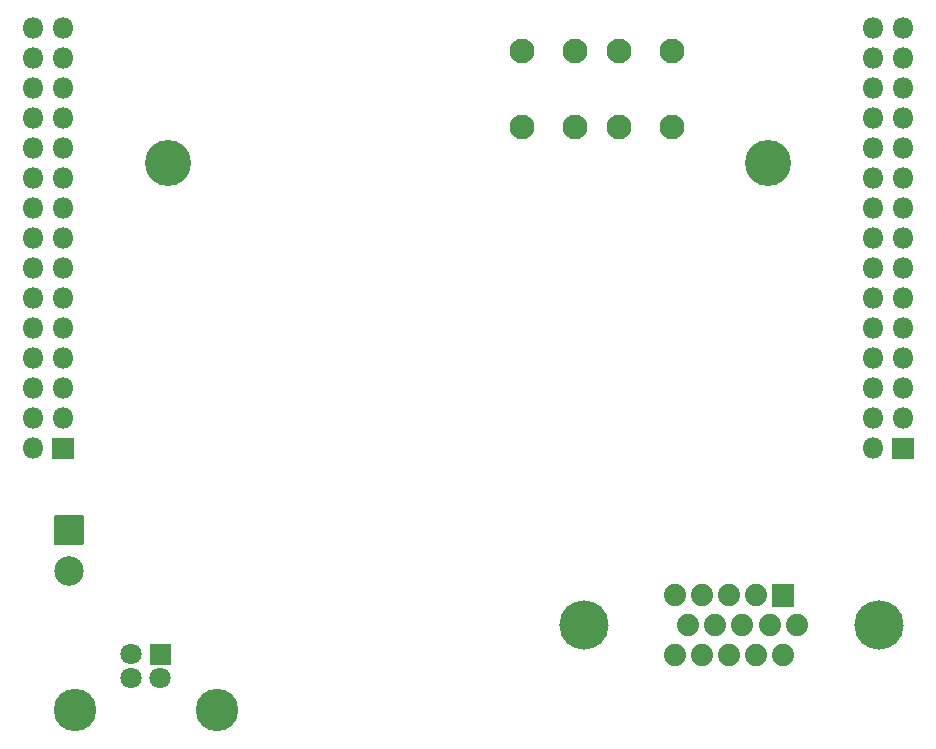
<source format=gbr>
G04 #@! TF.GenerationSoftware,KiCad,Pcbnew,(5.1.9-0-10_14)*
G04 #@! TF.CreationDate,2021-04-14T19:06:18-04:00*
G04 #@! TF.ProjectId,delux pet on a chip,64656c75-7820-4706-9574-206f6e206120,rev?*
G04 #@! TF.SameCoordinates,Original*
G04 #@! TF.FileFunction,Soldermask,Bot*
G04 #@! TF.FilePolarity,Negative*
%FSLAX46Y46*%
G04 Gerber Fmt 4.6, Leading zero omitted, Abs format (unit mm)*
G04 Created by KiCad (PCBNEW (5.1.9-0-10_14)) date 2021-04-14 19:06:18*
%MOMM*%
%LPD*%
G01*
G04 APERTURE LIST*
%ADD10O,1.800000X1.800000*%
%ADD11C,3.897300*%
%ADD12C,3.600000*%
%ADD13C,1.800000*%
%ADD14C,2.100000*%
%ADD15C,2.500000*%
%ADD16C,4.165999*%
%ADD17C,1.885000*%
G04 APERTURE END LIST*
G36*
G01*
X152030000Y-124880000D02*
X152030000Y-126580000D01*
G75*
G02*
X151980000Y-126630000I-50000J0D01*
G01*
X150280000Y-126630000D01*
G75*
G02*
X150230000Y-126580000I0J50000D01*
G01*
X150230000Y-124880000D01*
G75*
G02*
X150280000Y-124830000I50000J0D01*
G01*
X151980000Y-124830000D01*
G75*
G02*
X152030000Y-124880000I0J-50000D01*
G01*
G37*
D10*
X148590000Y-125730000D03*
X151130000Y-123190000D03*
X148590000Y-123190000D03*
X151130000Y-120650000D03*
X148590000Y-120650000D03*
X151130000Y-118110000D03*
X148590000Y-118110000D03*
X151130000Y-115570000D03*
X148590000Y-115570000D03*
X151130000Y-113030000D03*
X148590000Y-113030000D03*
X151130000Y-110490000D03*
X148590000Y-110490000D03*
X151130000Y-107950000D03*
X148590000Y-107950000D03*
X151130000Y-105410000D03*
X148590000Y-105410000D03*
X151130000Y-102870000D03*
X148590000Y-102870000D03*
X151130000Y-100330000D03*
X148590000Y-100330000D03*
X151130000Y-97790000D03*
X148590000Y-97790000D03*
X151130000Y-95250000D03*
X148590000Y-95250000D03*
X151130000Y-92710000D03*
X148590000Y-92710000D03*
X151130000Y-90170000D03*
X148590000Y-90170000D03*
X77470000Y-90170000D03*
X80010000Y-90170000D03*
X77470000Y-92710000D03*
X80010000Y-92710000D03*
X77470000Y-95250000D03*
X80010000Y-95250000D03*
X77470000Y-97790000D03*
X80010000Y-97790000D03*
X77470000Y-100330000D03*
X80010000Y-100330000D03*
X77470000Y-102870000D03*
X80010000Y-102870000D03*
X77470000Y-105410000D03*
X80010000Y-105410000D03*
X77470000Y-107950000D03*
X80010000Y-107950000D03*
X77470000Y-110490000D03*
X80010000Y-110490000D03*
X77470000Y-113030000D03*
X80010000Y-113030000D03*
X77470000Y-115570000D03*
X80010000Y-115570000D03*
X77470000Y-118110000D03*
X80010000Y-118110000D03*
X77470000Y-120650000D03*
X80010000Y-120650000D03*
X77470000Y-123190000D03*
X80010000Y-123190000D03*
X77470000Y-125730000D03*
G36*
G01*
X80910000Y-124880000D02*
X80910000Y-126580000D01*
G75*
G02*
X80860000Y-126630000I-50000J0D01*
G01*
X79160000Y-126630000D01*
G75*
G02*
X79110000Y-126580000I0J50000D01*
G01*
X79110000Y-124880000D01*
G75*
G02*
X79160000Y-124830000I50000J0D01*
G01*
X80860000Y-124830000D01*
G75*
G02*
X80910000Y-124880000I0J-50000D01*
G01*
G37*
D11*
X139700000Y-101600000D03*
X88900000Y-101600000D03*
D12*
X80995000Y-147864400D03*
X93035000Y-147864400D03*
D13*
X88265000Y-145154400D03*
X85765000Y-145154400D03*
X85765000Y-143154400D03*
G36*
G01*
X87415000Y-142254400D02*
X89115000Y-142254400D01*
G75*
G02*
X89165000Y-142304400I0J-50000D01*
G01*
X89165000Y-144004400D01*
G75*
G02*
X89115000Y-144054400I-50000J0D01*
G01*
X87415000Y-144054400D01*
G75*
G02*
X87365000Y-144004400I0J50000D01*
G01*
X87365000Y-142304400D01*
G75*
G02*
X87415000Y-142254400I50000J0D01*
G01*
G37*
D14*
X123372000Y-98552000D03*
X118872000Y-98552000D03*
X123372000Y-92052000D03*
X118872000Y-92052000D03*
G36*
G01*
X79318000Y-131394000D02*
X81718000Y-131394000D01*
G75*
G02*
X81768000Y-131444000I0J-50000D01*
G01*
X81768000Y-133844000D01*
G75*
G02*
X81718000Y-133894000I-50000J0D01*
G01*
X79318000Y-133894000D01*
G75*
G02*
X79268000Y-133844000I0J50000D01*
G01*
X79268000Y-131444000D01*
G75*
G02*
X79318000Y-131394000I50000J0D01*
G01*
G37*
D15*
X80518000Y-136144000D03*
D16*
X149147000Y-140716000D03*
X124157000Y-140716000D03*
D17*
X131822000Y-143256000D03*
X134112000Y-143256000D03*
X136402000Y-143256000D03*
X138692000Y-143256000D03*
X140982000Y-143256000D03*
X132967000Y-140716000D03*
X135257000Y-140716000D03*
X137547000Y-140716000D03*
X139837000Y-140716000D03*
X142127000Y-140716000D03*
X131822000Y-138176000D03*
X134112000Y-138176000D03*
X136402000Y-138176000D03*
X138692000Y-138176000D03*
G36*
G01*
X140039500Y-139068500D02*
X140039500Y-137283500D01*
G75*
G02*
X140089500Y-137233500I50000J0D01*
G01*
X141874500Y-137233500D01*
G75*
G02*
X141924500Y-137283500I0J-50000D01*
G01*
X141924500Y-139068500D01*
G75*
G02*
X141874500Y-139118500I-50000J0D01*
G01*
X140089500Y-139118500D01*
G75*
G02*
X140039500Y-139068500I0J50000D01*
G01*
G37*
D14*
X131572000Y-98552000D03*
X127072000Y-98552000D03*
X131572000Y-92052000D03*
X127072000Y-92052000D03*
M02*

</source>
